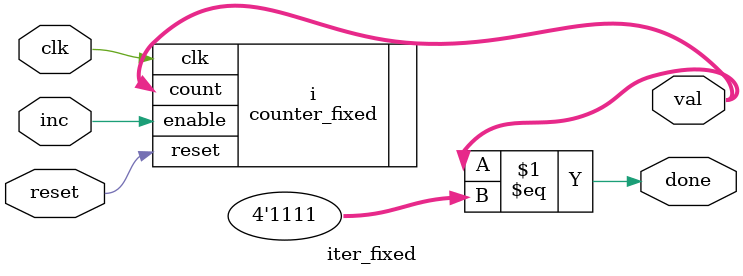
<source format=sv>
`ifndef ITER_FIXED_V
`define ITER_FIXED_V
`include "directives.sv"
`include "counter_fixed.sv"

module iter_fixed #(
    parameter  MAX_VALUE = 15,
    localparam WIDTH     = $clog2(MAX_VALUE)
) (
    input  logic             clk,
    input  logic             reset,
    input  logic             inc,
    output logic [WIDTH-1:0] val,
    output logic             done
);
  localparam [WIDTH-1:0] MAX_COUNT = WIDTH'(MAX_VALUE);

  counter_fixed #(
      .MAX_VALUE(MAX_VALUE)
  ) i (
      .clk   (clk),
      .reset (reset),
      .enable(inc),
      .count (val)
  );

  assign done = (val == MAX_COUNT);

endmodule
`endif

</source>
